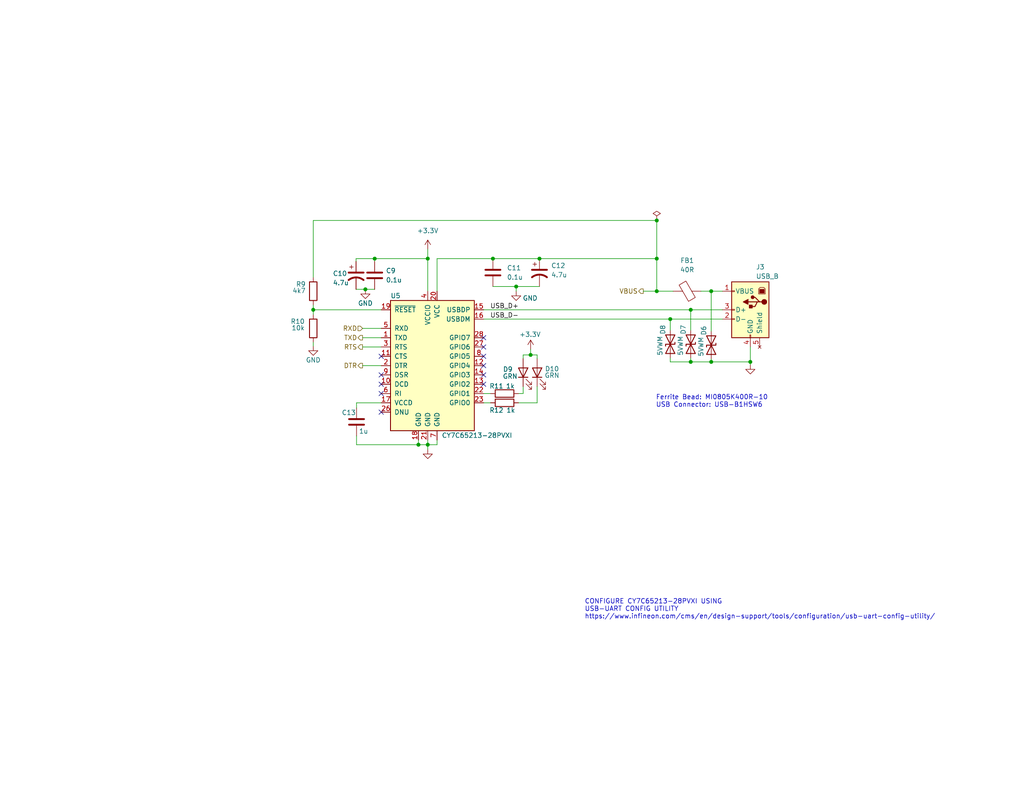
<source format=kicad_sch>
(kicad_sch (version 20211123) (generator eeschema)
  (paper "USLetter")
  (title_block (title "USB-UART Interface (Cypress/Infineon CY7C65213-28PVXI)") (date "2022-11-09") (rev "1.1"))
  (lib_symbols
    (symbol "Connector:USB_B" (pin_names (offset 1.016))
      (property "Reference" "J3" (at -1.524 11.684 0))
      (property "Value" "USB_B" (at -1.524 9.144 0))
      (symbol "USB_B_0_1"
        (rectangle (start -5.08 -7.62) (end 5.08 7.62) (stroke (width 0.254)) (fill (type background)))
        (circle (center -3.81 2.159) (radius 0.635) (stroke (width 0.254)) (fill (type outline)))
        (rectangle (start -3.81 5.588) (end -2.54 4.572) (fill (type outline)))
        (circle (center -0.635 3.429) (radius 0.381) (stroke (width 0.254)) (fill (type outline)))
        (rectangle (start -0.127 -7.62) (end 0.127 -6.858))
        (polyline (pts (xy -1.905 2.159) (xy 0.635 2.159)) (stroke (width 0.254)))
        (polyline (pts (xy -3.175 2.159) (xy -2.54 2.159) (xy -1.27 3.429) (xy -0.635 3.429)) (stroke (width 0.254)))
        (polyline (pts (xy -2.54 2.159) (xy -1.905 2.159) (xy -1.27 0.889) (xy 0 0.889)) (stroke (width 0.254)))
        (polyline (pts (xy 0.635 2.794) (xy 0.635 1.524) (xy 1.905 2.159) (xy 0.635 2.794)) (stroke (width 0.254)) (fill (type outline)))
        (polyline (pts (xy -4.064 4.318) (xy -2.286 4.318) (xy -2.286 5.715) (xy -2.667 6.096) (xy -3.683 6.096) (xy -4.064 5.715) (xy -4.064 4.318)))
        (rectangle (start 0.254 1.27) (end -0.508 0.508) (stroke (width 0.254)) (fill (type outline)))
        (rectangle (start 5.08 -2.667) (end 4.318 -2.413))
        (rectangle (start 5.08 -0.127) (end 4.318 0.127))
        (rectangle (start 5.08 4.953) (end 4.318 5.207))
      )
      (symbol "USB_B_1_1"
        (pin power_out line (at 7.62 5.08 180) (length 2.54) (name "VBUS") (number "1"))
        (pin bidirectional line (at 7.62 -2.54 180) (length 2.54) (name "D-") (number "2"))
        (pin bidirectional line (at 7.62 0 180) (length 2.54) (name "D+") (number "3"))
        (pin power_out line (at 0 -10.16 90) (length 2.54) (name "GND") (number "4"))
        (pin no_connect line (at -2.54 -10.16 90) (length 2.54) (name "Shield") (number "5"))
      )
    )
    (symbol "Device:C" (pin_numbers hide) (pin_names (offset 0.254))
      (property "Reference" "C" (at 0.635 2.54 0))
      (property "Value" "C" (at 0.635 -2.54 0))
      (symbol "C_0_1"
        (polyline (pts (xy -2.032 -0.762) (xy 2.032 -0.762)) (stroke (width 0.508)))
        (polyline (pts (xy -2.032 0.762) (xy 2.032 0.762)) (stroke (width 0.508)))
      )
      (symbol "C_1_1"
        (pin passive line (at 0 3.81 270) (length 2.794) (name "~") (number "1"))
        (pin passive line (at 0 -3.81 90) (length 2.794) (name "~") (number "2"))
      )
    )
    (symbol "Device:C_Polarized_US" (pin_numbers hide) (pin_names (offset 0.254) hide)
      (property "Reference" "C" (at 0.635 2.54 0))
      (property "Value" "C_Polarized_US" (at 0.635 -2.54 0))
      (symbol "C_Polarized_US_0_1"
        (polyline (pts (xy -2.032 0.762) (xy 2.032 0.762)) (stroke (width 0.508)))
        (polyline (pts (xy -1.778 2.286) (xy -0.762 2.286)))
        (polyline (pts (xy -1.27 1.778) (xy -1.27 2.794)))
        (arc (start 2.032 -1.27) (mid 0 -0.5572) (end -2.032 -1.27) (stroke (width 0.508)))
      )
      (symbol "C_Polarized_US_1_1"
        (pin passive line (at 0 3.81 270) (length 2.794) (name "~") (number "1"))
        (pin passive line (at 0 -3.81 90) (length 3.302) (name "~") (number "2"))
      )
    )
    (symbol "Device:D_TVS" (pin_numbers hide) (pin_names (offset 1.016) hide)
      (property "Reference" "D" (at 0 2.54 0))
      (property "Value" "D_TVS" (at 0 -2.54 0))
      (symbol "D_TVS_0_1"
        (polyline (pts (xy 1.27 0) (xy -1.27 0)))
        (polyline (pts (xy 0.508 1.27) (xy 0 1.27) (xy 0 -1.27) (xy -0.508 -1.27)) (stroke (width 0.254)))
        (polyline (pts (xy -2.54 1.27) (xy -2.54 -1.27) (xy 2.54 1.27) (xy 2.54 -1.27) (xy -2.54 1.27)) (stroke (width 0.254)))
      )
      (symbol "D_TVS_1_1"
        (pin passive line (at -3.81 0 0) (length 2.54) (name "A1") (number "1"))
        (pin passive line (at 3.81 0 180) (length 2.54) (name "A2") (number "2"))
      )
    )
    (symbol "Device:FerriteBead" (pin_numbers hide) (pin_names (offset 0))
      (property "Reference" "FB" (at -3.81 0.635 90))
      (property "Value" "FerriteBead" (at 3.81 0 90))
      (symbol "FerriteBead_0_1"
        (polyline (pts (xy 0 -1.27) (xy 0 -1.2192)))
        (polyline (pts (xy 0 1.27) (xy 0 1.2954)))
        (polyline (pts (xy -2.7686 0.4064) (xy -1.7018 2.2606) (xy 2.7686 -0.3048) (xy 1.6764 -2.159) (xy -2.7686 0.4064)))
      )
      (symbol "FerriteBead_1_1"
        (pin passive line (at 0 3.81 270) (length 2.54) (name "~") (number "1"))
        (pin passive line (at 0 -3.81 90) (length 2.54) (name "~") (number "2"))
      )
    )
    (symbol "Device:LED" (pin_numbers hide) (pin_names (offset 1.016) hide)
      (property "Reference" "D" (at 0 2.54 0))
      (property "Value" "LED" (at 0 -2.54 0))
      (symbol "LED_0_1"
        (polyline (pts (xy -1.27 -1.27) (xy -1.27 1.27)) (stroke (width 0.254)))
        (polyline (pts (xy -1.27 0) (xy 1.27 0)))
        (polyline (pts (xy 1.27 -1.27) (xy 1.27 1.27) (xy -1.27 0) (xy 1.27 -1.27)) (stroke (width 0.254)))
        (polyline (pts (xy -3.048 -0.762) (xy -4.572 -2.286) (xy -3.81 -2.286) (xy -4.572 -2.286) (xy -4.572 -1.524)))
        (polyline (pts (xy -1.778 -0.762) (xy -3.302 -2.286) (xy -2.54 -2.286) (xy -3.302 -2.286) (xy -3.302 -1.524)))
      )
      (symbol "LED_1_1"
        (pin passive line (at -3.81 0 0) (length 2.54) (name "K") (number "1"))
        (pin passive line (at 3.81 0 180) (length 2.54) (name "A") (number "2"))
      )
    )
    (symbol "Device:R" (pin_numbers hide) (pin_names (offset 0))
      (property "Reference" "R" (at 2.032 0 90))
      (property "Value" "R" (at 0 0 90))
      (symbol "R_0_1"
        (rectangle (start -1.016 -2.54) (end 1.016 2.54) (stroke (width 0.254)))
      )
      (symbol "R_1_1"
        (pin passive line (at 0 3.81 270) (length 1.27) (name "~") (number "1"))
        (pin passive line (at 0 -3.81 90) (length 1.27) (name "~") (number "2"))
      )
    )
    (symbol "Interface_USB:CY7C65213-28PVXI" (pin_names (offset 1.016))
      (property "Reference" "U" (at -8.89 19.05 0))
      (property "Value" "CY7C65213-28PVXI" (at 3.556 19.05 0))
      (symbol "CY7C65213-28PVXI_0_1"
        (rectangle (start -10.16 17.78) (end 12.7 -17.78) (stroke (width 0.254)) (fill (type background)))
      )
      (symbol "CY7C65213-28PVXI_1_1"
        (pin output line (at -12.7 7.62 0) (length 2.54) (name "TXD") (number "1"))
        (pin input line (at -12.7 -5.08 0) (length 2.54) (name "DCD") (number "10"))
        (pin input line (at -12.7 2.54 0) (length 2.54) (name "CTS") (number "11"))
        (pin bidirectional line (at 15.24 0 180) (length 2.54) (name "GPIO4") (number "12"))
        (pin tri_state line (at 15.24 -5.08 180) (length 2.54) (name "GPIO2") (number "13"))
        (pin bidirectional line (at 15.24 -2.54 180) (length 2.54) (name "GPIO3") (number "14"))
        (pin bidirectional line (at 15.24 15.24 180) (length 2.54) (name "USBDP") (number "15"))
        (pin bidirectional line (at 15.24 12.7 180) (length 2.54) (name "USBDM") (number "16"))
        (pin passive line (at -12.7 -10.16 0) (length 2.54) (name "VCCD") (number "17"))
        (pin power_in line (at -2.54 -20.32 90) (length 2.54) (name "GND") (number "18"))
        (pin bidirectional line (at -12.7 15.24 0) (length 2.54) (name "~{RESET}") (number "19"))
        (pin output line (at -12.7 0 0) (length 2.54) (name "DTR") (number "2"))
        (pin power_in line (at 2.54 20.32 270) (length 2.54) (name "VCC") (number "20"))
        (pin power_in line (at 0 -20.32 90) (length 2.54) (name "GND") (number "21"))
        (pin bidirectional line (at 15.24 -7.62 180) (length 2.54) (name "GPIO1") (number "22"))
        (pin bidirectional line (at 15.24 -10.16 180) (length 2.54) (name "GPIO0") (number "23"))
        (pin no_connect line (at 12.7 -15.24 180) (length 2.54) hide (name "NC") (number "24"))
        (pin no_connect line (at 12.7 -12.7 180) (length 2.54) hide (name "NC") (number "25"))
        (pin passive line (at -12.7 -12.7 0) (length 2.54) (name "DNU") (number "26"))
        (pin tri_state line (at 15.24 5.08 180) (length 2.54) (name "GPIO6") (number "27"))
        (pin tri_state line (at 15.24 7.62 180) (length 2.54) (name "GPIO7") (number "28"))
        (pin output line (at -12.7 5.08 0) (length 2.54) (name "RTS") (number "3"))
        (pin power_in line (at 0 20.32 270) (length 2.54) (name "VCCIO") (number "4"))
        (pin input line (at -12.7 10.16 0) (length 2.54) (name "RXD") (number "5"))
        (pin input line (at -12.7 -7.62 0) (length 2.54) (name "RI") (number "6"))
        (pin power_in line (at 2.54 -20.32 90) (length 2.54) (name "GND") (number "7"))
        (pin tri_state line (at 15.24 2.54 180) (length 2.54) (name "GPIO5") (number "8"))
        (pin input line (at -12.7 -2.54 0) (length 2.54) (name "DSR") (number "9"))
      )
    )
    (symbol "power:+3.3V" (power) (pin_names (offset 0))
      (property "Value" "+3.3V" (at 0 3.556 0))
      (symbol "+3.3V_0_1"
        (polyline (pts (xy -0.762 1.27) (xy 0 2.54)))
        (polyline (pts (xy 0 0) (xy 0 2.54)))
        (polyline (pts (xy 0 2.54) (xy 0.762 1.27)))
      )
      (symbol "+3.3V_1_1"
        (pin power_in line (at 0 0 90) (length 0) hide (name "+3.3V") (number "1"))
      )
    )
    (symbol "power:GND" (power) (pin_names (offset 0))
      (property "Value" "GND" (at 0 -3.81 0))
      (symbol "GND_0_1"
        (polyline (pts (xy 0 0) (xy 0 -1.27) (xy 1.27 -1.27) (xy 0 -2.54) (xy -1.27 -1.27) (xy 0 -1.27)))
      )
      (symbol "GND_1_1"
        (pin power_in line (at 0 0 270) (length 0) hide (name "GND") (number "1"))
      )
    )
    (symbol "power:PWR_FLAG" (power) (pin_numbers hide) (pin_names (offset 0) hide)
      (property "Value" "PWR_FLAG" (at 0 3.81 0))
      (symbol "PWR_FLAG_0_0"
        (pin power_out line (at 0 0 90) (length 0) (name "pwr") (number "1"))
      )
      (symbol "PWR_FLAG_0_1"
        (polyline (pts (xy 0 0) (xy 0 1.27) (xy -1.016 1.905) (xy 0 2.54) (xy 1.016 1.905) (xy 0 1.27)))
      )
    )
  )
  (junction (at 116.713 121.412))
  (junction (at 102.235 70.612))
  (junction (at 99.695 78.994))
  (junction (at 194.056 79.502))
  (junction (at 114.173 121.412))
  (junction (at 116.713 70.612))
  (junction (at 147.193 70.612))
  (junction (at 204.724 98.806))
  (junction (at 182.88 87.122))
  (junction (at 179.197 79.502))
  (junction (at 188.468 84.582))
  (junction (at 179.197 60.198))
  (junction (at 140.843 78.232))
  (junction (at 134.493 70.612))
  (junction (at 194.056 98.806))
  (junction (at 188.468 98.806))
  (junction (at 85.471 84.582))
  (junction (at 144.78 96.901))
  (junction (at 179.197 70.612))
  (no_connect (at 131.953 102.362))
  (no_connect (at 104.013 107.442))
  (no_connect (at 131.953 97.282))
  (no_connect (at 131.953 92.202))
  (no_connect (at 104.013 97.282))
  (no_connect (at 104.013 112.522))
  (no_connect (at 131.953 99.822))
  (no_connect (at 104.013 102.362))
  (no_connect (at 131.953 94.742))
  (no_connect (at 131.953 104.902))
  (no_connect (at 104.013 104.902))
  (wire (pts (xy 131.953 109.982) (xy 133.858 109.982)))
  (wire (pts (xy 85.471 84.582) (xy 104.013 84.582)))
  (wire (pts (xy 142.748 107.442) (xy 142.748 105.537)))
  (wire (pts (xy 134.493 70.612) (xy 147.193 70.612)))
  (wire (pts (xy 116.713 68.072) (xy 116.713 70.612)))
  (wire (pts (xy 141.478 107.442) (xy 142.748 107.442)))
  (wire (pts (xy 146.558 96.901) (xy 146.558 97.917)))
  (wire (pts (xy 85.471 93.472) (xy 85.471 94.488)))
  (wire (pts (xy 97.282 118.999) (xy 97.282 121.412)))
  (wire (pts (xy 179.197 79.502) (xy 175.514 79.502)))
  (wire (pts (xy 197.104 79.502) (xy 194.056 79.502)))
  (wire (pts (xy 85.471 60.198) (xy 179.197 60.198)))
  (wire (pts (xy 98.933 89.662) (xy 104.013 89.662)))
  (wire (pts (xy 144.78 96.901) (xy 146.558 96.901)))
  (wire (pts (xy 131.953 84.582) (xy 188.468 84.582)))
  (wire (pts (xy 119.253 70.612) (xy 134.493 70.612)))
  (wire (pts (xy 114.173 120.142) (xy 114.173 121.412)))
  (wire (pts (xy 116.713 121.412) (xy 119.253 121.412)))
  (wire (pts (xy 146.558 109.982) (xy 146.558 105.537)))
  (wire (pts (xy 85.471 83.312) (xy 85.471 84.582)))
  (wire (pts (xy 97.155 70.612) (xy 102.235 70.612)))
  (wire (pts (xy 116.713 70.612) (xy 116.713 79.502)))
  (wire (pts (xy 98.933 94.742) (xy 104.013 94.742)))
  (wire (pts (xy 97.282 111.379) (xy 97.282 109.982)))
  (wire (pts (xy 194.056 98.806) (xy 204.724 98.806)))
  (wire (pts (xy 98.933 92.202) (xy 104.013 92.202)))
  (wire (pts (xy 134.493 78.232) (xy 140.843 78.232)))
  (wire (pts (xy 179.197 70.612) (xy 179.197 79.502)))
  (wire (pts (xy 194.056 79.502) (xy 194.056 90.424)))
  (wire (pts (xy 116.713 121.412) (xy 116.713 122.682)))
  (wire (pts (xy 182.88 97.79) (xy 182.88 98.806)))
  (wire (pts (xy 131.953 107.442) (xy 133.858 107.442)))
  (wire (pts (xy 85.471 60.198) (xy 85.471 75.692)))
  (wire (pts (xy 182.88 98.806) (xy 188.468 98.806)))
  (wire (pts (xy 179.197 60.198) (xy 179.197 70.612)))
  (wire (pts (xy 188.468 84.582) (xy 188.468 90.17)))
  (wire (pts (xy 188.468 98.806) (xy 194.056 98.806)))
  (wire (pts (xy 114.173 121.412) (xy 116.713 121.412)))
  (wire (pts (xy 97.155 78.994) (xy 99.695 78.994)))
  (wire (pts (xy 99.695 78.994) (xy 102.235 78.994)))
  (wire (pts (xy 140.843 78.232) (xy 140.843 79.502)))
  (wire (pts (xy 97.282 121.412) (xy 114.173 121.412)))
  (wire (pts (xy 97.282 109.982) (xy 104.013 109.982)))
  (wire (pts (xy 116.713 120.142) (xy 116.713 121.412)))
  (wire (pts (xy 204.724 94.742) (xy 204.724 98.806)))
  (wire (pts (xy 119.253 70.612) (xy 119.253 79.502)))
  (wire (pts (xy 142.748 96.901) (xy 142.748 97.917)))
  (wire (pts (xy 102.235 70.612) (xy 116.713 70.612)))
  (wire (pts (xy 182.88 87.122) (xy 182.88 90.17)))
  (wire (pts (xy 147.193 70.612) (xy 179.197 70.612)))
  (wire (pts (xy 204.724 98.806) (xy 204.724 99.568)))
  (wire (pts (xy 97.155 70.612) (xy 97.155 71.374)))
  (wire (pts (xy 188.468 97.79) (xy 188.468 98.806)))
  (wire (pts (xy 142.748 96.901) (xy 144.78 96.901)))
  (wire (pts (xy 183.642 79.502) (xy 179.197 79.502)))
  (wire (pts (xy 131.953 87.122) (xy 182.88 87.122)))
  (wire (pts (xy 197.104 87.122) (xy 182.88 87.122)))
  (wire (pts (xy 194.056 79.502) (xy 191.262 79.502)))
  (wire (pts (xy 102.235 70.612) (xy 102.235 71.374)))
  (wire (pts (xy 144.78 95.377) (xy 144.78 96.901)))
  (wire (pts (xy 197.104 84.582) (xy 188.468 84.582)))
  (wire (pts (xy 119.253 121.412) (xy 119.253 120.142)))
  (wire (pts (xy 194.056 98.044) (xy 194.056 98.806)))
  (wire (pts (xy 140.843 78.232) (xy 147.193 78.232)))
  (wire (pts (xy 85.471 84.582) (xy 85.471 85.852)))
  (wire (pts (xy 98.933 99.822) (xy 104.013 99.822)))
  (wire (pts (xy 141.478 109.982) (xy 146.558 109.982)))
  (text "Ferrite Bead: MI0805K400R-10\nUSB Connector: USB-B1HSW6" (at 178.943 111.379 0) (effects (font (size 1.27 1.27)) (justify left bottom)))
  (text "CONFIGURE CY7C65213-28PVXI USING\nUSB-UART CONFIG UTILITY\nhttps://www.infineon.com/cms/en/design-support/tools/configuration/usb-uart-config-utility/" (at 159.512 169.164 0) (effects (font (size 1.27 1.27)) (justify left bottom)))
  (label "USB_D+" (at 133.731 84.582 0))
  (label "USB_D-" (at 133.731 87.122 0))
  (hierarchical_label "TXD" (shape output) (at 98.933 92.202 180))
  (hierarchical_label "DTR" (shape output) (at 98.933 99.822 180))
  (hierarchical_label "VBUS" (shape output) (at 175.514 79.502 180))
  (hierarchical_label "RXD" (shape input) (at 98.933 89.662 180))
  (hierarchical_label "RTS" (shape output) (at 98.933 94.742 180))
  (symbol (lib_id "Device:C_Polarized_US") (at 97.155 75.184 0) (unit 1)
    (property "Reference" "C10" (at 90.805 74.676 0) (effects (justify left)))
    (property "Value" "4.7u" (at 90.805 77.216 0) (effects (justify left)))
    (property "Footprint" "Capacitor_SMD:C_0805_2012Metric" (effects hide))
  )
  (symbol (lib_id "Device:D_TVS") (at 182.88 93.98 90) (mirror x) (unit 1)
    (property "Reference" "D8" (at 180.848 88.646 0) (effects (justify left)))
    (property "Value" "5VWM" (at 180.086 91.694 0) (effects (justify left)))
    (property "Footprint" "Diode_SMD:D_0402_1005Metric" (effects hide))
  )
  (symbol (lib_id "Device:D_TVS") (at 194.056 94.234 90) (mirror x) (unit 1)
    (property "Reference" "D6" (at 192.024 88.9 0) (effects (justify left)))
    (property "Value" "5VWM" (at 191.262 91.948 0) (effects (justify left)))
    (property "Footprint" "Diode_SMD:D_0402_1005Metric" (effects hide))
  )
  (symbol (lib_id "Device:FerriteBead") (at 187.452 79.502 270) (mirror x) (unit 1)
    (property "Reference" "FB1" (at 187.5028 71.12 90))
    (property "Value" "40R" (at 187.5028 73.66 90))
    (property "Footprint" "Inductor_SMD:L_0603_1608Metric" (effects hide))
  )
  (symbol (lib_id "Device:R") (at 85.471 89.662 180) (unit 1)
    (property "Reference" "R10" (at 83.185 87.757 0) (effects (justify left)))
    (property "Value" "10k" (at 83.185 89.535 0) (effects (justify left)))
    (property "Footprint" "Resistor_SMD:R_0603_1608Metric" (effects hide))
  )
  (symbol (lib_id "Device:R") (at 85.471 79.502 180) (unit 1)
    (property "Reference" "R9" (at 83.439 77.597 0) (effects (justify left)))
    (property "Value" "4k7" (at 83.439 79.375 0) (effects (justify left)))
    (property "Footprint" "Resistor_SMD:R_0603_1608Metric" (effects hide))
  )
  (symbol (lib_id "Connector:USB_B") (at 204.724 84.582 0) (mirror y) (unit 1)
    (property "Reference" "J3" (at 206.248 72.898 0) (effects (justify right)))
    (property "Value" "USB_B" (at 206.248 75.438 0) (effects (justify right)))
    (property "Footprint" "Connector_USB:USB_B_OST_USB-B1HSxx_Horizontal" (effects hide))
    (property "Datasheet" " ~" (effects hide))
  )
  (symbol (lib_id "Interface_USB:CY7C65213-28PVXI") (at 116.713 99.822 0) (unit 1)
    (property "Reference" "U5" (at 106.553 80.772 0) (effects (justify left)))
    (property "Value" "CY7C65213-28PVXI" (at 120.523 118.872 0) (effects (justify left)))
    (property "Footprint" "Package_SO:SSOP-28_5.3x10.2mm_P0.65mm" (effects hide))
    (property "Datasheet" "http://www.cypress.com/file/139881/download" (effects hide))
  )
  (symbol (lib_id "power:+3.3V") (at 144.78 95.377 0) (unit 1)
    (property "Reference" "#PWR0128" (effects hide))
    (property "Value" "+3.3V" (at 147.574 91.313 0) (effects (justify right)))
  )
  (symbol (lib_id "power:GND") (at 85.471 94.488 0) (unit 1)
    (property "Reference" "#PWR0122" (effects hide))
    (property "Value" "GND" (at 85.471 98.298 0))
  )
  (symbol (lib_id "power:GND") (at 116.713 122.682 0) (unit 1)
    (property "Reference" "#PWR0107" (effects hide))
    (property "Value" "GND" (effects hide))
  )
  (symbol (lib_id "Device:C") (at 134.493 74.422 180) (unit 1)
    (property "Reference" "C11" (at 138.303 73.1519 0) (effects (justify right)))
    (property "Value" "0.1u" (at 138.303 75.6919 0) (effects (justify right)))
    (property "Footprint" "Capacitor_SMD:C_0603_1608Metric" (effects hide))
  )
  (symbol (lib_id "power:+3.3V") (at 116.713 68.072 0) (unit 1)
    (property "Reference" "#PWR0111" (effects hide))
    (property "Value" "+3.3V" (at 116.713 62.992 0))
  )
  (symbol (lib_id "Device:C_Polarized_US") (at 147.193 74.422 0) (unit 1)
    (property "Reference" "C12" (at 150.368 72.5169 0) (effects (justify left)))
    (property "Value" "4.7u" (at 150.368 75.0569 0) (effects (justify left)))
    (property "Footprint" "Capacitor_SMD:C_0805_2012Metric" (effects hide))
  )
  (symbol (lib_id "Device:LED") (at 146.558 101.727 90) (unit 1)
    (property "Reference" "D10" (at 150.622 100.711 90))
    (property "Value" "GRN" (at 150.622 102.489 90))
    (property "Footprint" "LED_SMD:LED_0805_2012Metric" (effects hide))
  )
  (symbol (lib_id "power:GND") (at 140.843 79.502 0) (unit 1)
    (property "Reference" "#PWR0108" (effects hide))
    (property "Value" "GND" (at 144.653 81.407 0))
  )
  (symbol (lib_id "Device:C") (at 102.235 75.184 180) (unit 1)
    (property "Reference" "C9" (at 105.283 73.914 0) (effects (justify right)))
    (property "Value" "0.1u" (at 105.283 76.454 0) (effects (justify right)))
    (property "Footprint" "Capacitor_SMD:C_0603_1608Metric" (effects hide))
  )
  (symbol (lib_id "Device:D_TVS") (at 188.468 93.98 90) (mirror x) (unit 1)
    (property "Reference" "D7" (at 186.436 88.646 0) (effects (justify left)))
    (property "Value" "5VWM" (at 185.674 91.694 0) (effects (justify left)))
    (property "Footprint" "Diode_SMD:D_0402_1005Metric" (effects hide))
  )
  (symbol (lib_id "power:GND") (at 204.724 99.568 0) (mirror y) (unit 1)
    (property "Reference" "#PWR0106" (effects hide))
    (property "Value" "GND" (effects hide))
  )
  (symbol (lib_id "power:PWR_FLAG") (at 179.197 60.198 0) (unit 1)
    (property "Reference" "#FLG0102" (effects hide))
    (property "Value" "PWR_FLAG" (effects hide))
  )
  (symbol (lib_id "Device:LED") (at 142.748 101.727 90) (unit 1)
    (property "Reference" "D9" (at 138.557 100.838 90))
    (property "Value" "GRN" (at 139.192 102.743 90))
    (property "Footprint" "LED_SMD:LED_0805_2012Metric" (effects hide))
  )
  (symbol (lib_id "power:GND") (at 99.695 78.994 0) (unit 1)
    (property "Reference" "#PWR0123" (effects hide))
    (property "Value" "GND" (at 99.695 82.804 0))
  )
  (symbol (lib_id "Device:R") (at 137.668 107.442 90) (unit 1)
    (property "Reference" "R11" (at 137.414 105.41 90) (effects (justify left)))
    (property "Value" "1k" (at 140.462 105.41 90) (effects (justify left)))
    (property "Footprint" "Resistor_SMD:R_0603_1608Metric" (effects hide))
  )
  (symbol (lib_id "Device:R") (at 137.668 109.982 90) (unit 1)
    (property "Reference" "R12" (at 137.414 112.014 90) (effects (justify left)))
    (property "Value" "1k" (at 140.589 112.014 90) (effects (justify left)))
    (property "Footprint" "Resistor_SMD:R_0603_1608Metric" (effects hide))
  )
  (symbol (lib_id "Device:C") (at 97.282 115.189 0) (unit 1)
    (property "Reference" "C13" (at 93.218 112.649 0) (effects (justify left)))
    (property "Value" "1u" (at 97.917 117.729 0) (effects (justify left)))
    (property "Footprint" "Capacitor_SMD:C_0603_1608Metric" (effects hide))
  )
)
</source>
